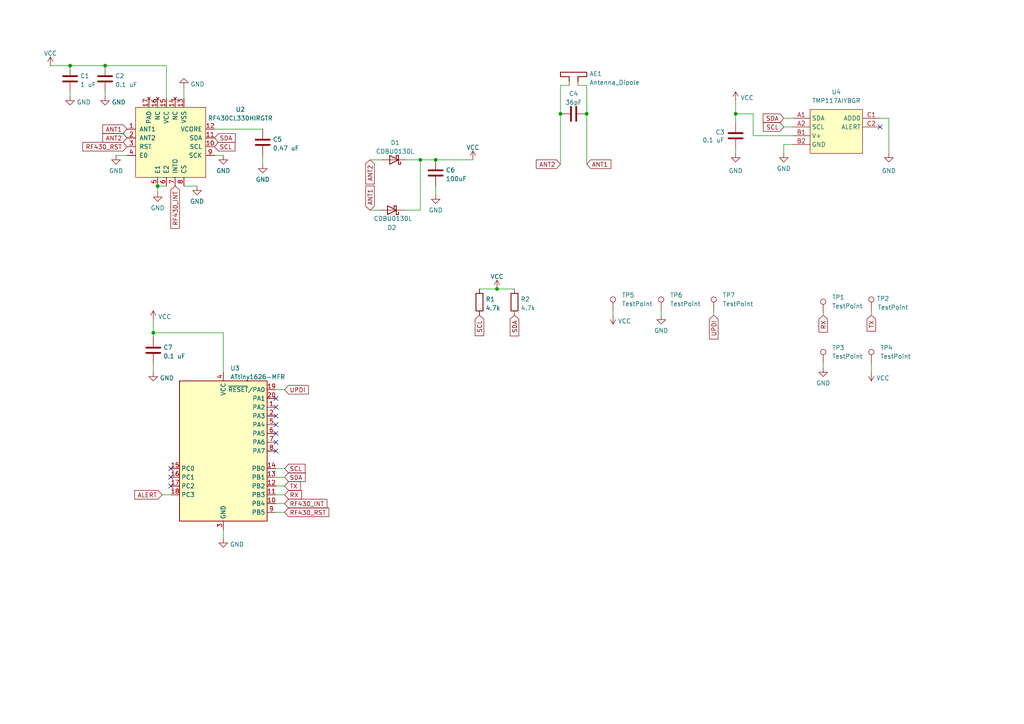
<source format=kicad_sch>
(kicad_sch (version 20231120) (generator "eeschema") (generator_version "8.0")
  (paper "A4")
  (lib_symbols
    (symbol "Connector:TestPoint" (pin_numbers hide) (pin_names (offset 0.762) hide)
      (property "Reference" "TP" (at 0 6.858 0))
      (property "Value" "TestPoint" (at 0 5.08 0))
      (symbol "TestPoint_0_1"
        (circle (center 0 3.302) (radius 0.762))
      )
      (symbol "TestPoint_1_1"
        (pin passive line (at 0 0 90) (length 2.54) (name "1") (number "1"))
      )
    )
    (symbol "Device:Antenna_Dipole" (pin_numbers hide) (pin_names (offset 1.016) hide)
      (property "Reference" "AE" (at 1.27 1.27 0))
      (property "Value" "Antenna_Dipole" (at 1.27 0 0))
      (symbol "Antenna_Dipole_0_1"
        (polyline (pts (xy 2.54 -3.81) (xy 2.54 -2.54) (xy 5.08 -2.54) (xy 5.08 -1.27) (xy -2.54 -1.27) (xy -2.54 -2.54) (xy 0 -2.54) (xy 0 -3.81)) (stroke (width 0.254)))
      )
      (symbol "Antenna_Dipole_1_1"
        (pin input line (at 0 -5.08 90) (length 2.54) (name "~") (number "1"))
        (pin input line (at 2.54 -5.08 90) (length 2.54) (name "~") (number "2"))
      )
    )
    (symbol "Device:C" (pin_numbers hide) (pin_names (offset 0.254))
      (property "Reference" "C" (at 0.635 2.54 0))
      (property "Value" "C" (at 0.635 -2.54 0))
      (symbol "C_0_1"
        (polyline (pts (xy -2.032 -0.762) (xy 2.032 -0.762)) (stroke (width 0.508)))
        (polyline (pts (xy -2.032 0.762) (xy 2.032 0.762)) (stroke (width 0.508)))
      )
      (symbol "C_1_1"
        (pin passive line (at 0 3.81 270) (length 2.794) (name "~") (number "1"))
        (pin passive line (at 0 -3.81 90) (length 2.794) (name "~") (number "2"))
      )
    )
    (symbol "Device:D_Schottky" (pin_numbers hide) (pin_names (offset 1.016) hide)
      (property "Reference" "D" (at 0 2.54 0))
      (property "Value" "D_Schottky" (at 0 -2.54 0))
      (symbol "D_Schottky_0_1"
        (polyline (pts (xy 1.27 0) (xy -1.27 0)))
        (polyline (pts (xy 1.27 1.27) (xy 1.27 -1.27) (xy -1.27 0) (xy 1.27 1.27)) (stroke (width 0.254)))
        (polyline (pts (xy -1.905 0.635) (xy -1.905 1.27) (xy -1.27 1.27) (xy -1.27 -1.27) (xy -0.635 -1.27) (xy -0.635 -0.635)) (stroke (width 0.254)))
      )
      (symbol "D_Schottky_1_1"
        (pin passive line (at -3.81 0 0) (length 2.54) (name "K") (number "1"))
        (pin passive line (at 3.81 0 180) (length 2.54) (name "A") (number "2"))
      )
    )
    (symbol "Device:R" (pin_numbers hide) (pin_names (offset 0))
      (property "Reference" "R" (at 2.032 0 90))
      (property "Value" "R" (at 0 0 90))
      (symbol "R_0_1"
        (rectangle (start -1.016 -2.54) (end 1.016 2.54) (stroke (width 0.254)))
      )
      (symbol "R_1_1"
        (pin passive line (at 0 3.81 270) (length 1.27) (name "~") (number "1"))
        (pin passive line (at 0 -3.81 90) (length 1.27) (name "~") (number "2"))
      )
    )
    (symbol "MCU_Microchip_ATtiny:ATtiny1626-M"
      (property "Reference" "U" (at -12.7 21.59 0))
      (property "Value" "ATtiny1626-M" (at 2.54 -21.59 0))
      (symbol "ATtiny1626-M_0_1"
        (rectangle (start -12.7 -20.32) (end 12.7 20.32) (stroke (width 0.254)) (fill (type background)))
      )
      (symbol "ATtiny1626-M_1_1"
        (pin bidirectional line (at 15.24 12.7 180) (length 2.54) (name "PA2") (number "1"))
        (pin bidirectional line (at 15.24 -15.24 180) (length 2.54) (name "PB4") (number "10"))
        (pin bidirectional line (at 15.24 -12.7 180) (length 2.54) (name "PB3") (number "11"))
        (pin bidirectional line (at 15.24 -10.16 180) (length 2.54) (name "PB2") (number "12"))
        (pin bidirectional line (at 15.24 -7.62 180) (length 2.54) (name "PB1") (number "13"))
        (pin bidirectional line (at 15.24 -5.08 180) (length 2.54) (name "PB0") (number "14"))
        (pin bidirectional line (at -15.24 -5.08 0) (length 2.54) (name "PC0") (number "15"))
        (pin bidirectional line (at -15.24 -7.62 0) (length 2.54) (name "PC1") (number "16"))
        (pin bidirectional line (at -15.24 -10.16 0) (length 2.54) (name "PC2") (number "17"))
        (pin bidirectional line (at -15.24 -12.7 0) (length 2.54) (name "PC3") (number "18"))
        (pin bidirectional line (at 15.24 17.78 180) (length 2.54) (name "~{RESET}/PA0") (number "19"))
        (pin bidirectional line (at 15.24 10.16 180) (length 2.54) (name "PA3") (number "2"))
        (pin bidirectional line (at 15.24 15.24 180) (length 2.54) (name "PA1") (number "20"))
        (pin passive line (at 0 -22.86 90) (length 2.54) hide (name "GND") (number "21"))
        (pin power_in line (at 0 -22.86 90) (length 2.54) (name "GND") (number "3"))
        (pin power_in line (at 0 22.86 270) (length 2.54) (name "VCC") (number "4"))
        (pin bidirectional line (at 15.24 7.62 180) (length 2.54) (name "PA4") (number "5"))
        (pin bidirectional line (at 15.24 5.08 180) (length 2.54) (name "PA5") (number "6"))
        (pin bidirectional line (at 15.24 2.54 180) (length 2.54) (name "PA6") (number "7"))
        (pin bidirectional line (at 15.24 0 180) (length 2.54) (name "PA7") (number "8"))
        (pin bidirectional line (at 15.24 -17.78 180) (length 2.54) (name "PB5") (number "9"))
      )
    )
    (symbol "easyeda2kicad:TMP117AIYBGR"
      (property "Reference" "U" (at 0 7.62 0))
      (property "Value" "TMP117AIYBGR" (at 0 -10.16 0))
      (symbol "TMP117AIYBGR_0_1"
        (rectangle (start -7.62 5.08) (end 7.62 -7.62) (fill (type background)))
        (pin unspecified line (at -12.7 2.54 0) (length 5.08) (name "SDA") (number "A1"))
        (pin unspecified line (at -12.7 0 0) (length 5.08) (name "SCL") (number "A2"))
        (pin unspecified line (at -12.7 -2.54 0) (length 5.08) (name "V+") (number "B1"))
        (pin unspecified line (at -12.7 -5.08 0) (length 5.08) (name "GND") (number "B2"))
        (pin unspecified line (at 12.7 2.54 180) (length 5.08) (name "ADD0") (number "C1"))
        (pin unspecified line (at 12.7 0 180) (length 5.08) (name "ALERT") (number "C2"))
      )
    )
    (symbol "power:GND" (power) (pin_names (offset 0))
      (property "Value" "GND" (at 0 -3.81 0))
      (symbol "GND_0_1"
        (polyline (pts (xy 0 0) (xy 0 -1.27) (xy 1.27 -1.27) (xy 0 -2.54) (xy -1.27 -1.27) (xy 0 -1.27)))
      )
      (symbol "GND_1_1"
        (pin power_in line (at 0 0 270) (length 0) hide (name "GND") (number "1"))
      )
    )
    (symbol "power:VCC" (power) (pin_names (offset 0))
      (property "Value" "VCC" (at 0 3.81 0))
      (symbol "VCC_0_1"
        (polyline (pts (xy -0.762 1.27) (xy 0 2.54)))
        (polyline (pts (xy 0 0) (xy 0 2.54)))
        (polyline (pts (xy 0 2.54) (xy 0.762 1.27)))
      )
      (symbol "VCC_1_1"
        (pin power_in line (at 0 0 90) (length 0) hide (name "VCC") (number "1"))
      )
    )
    (symbol "unsurv_offline_pcb_symbols:RF430CL330HIRGTR‎" (pin_names (offset 1.016))
      (property "Reference" "U" (at 10.16 15.24 0))
      (property "Value" "RF430CL330HIRGTR‎" (at 19.05 11.43 0))
      (symbol "RF430CL330HIRGTR‎_0_1"
        (rectangle (start 10.16 10.16) (end -10.16 -10.16) (fill (type background)))
      )
      (symbol "RF430CL330HIRGTR‎_1_1"
        (pin input line (at -12.7 3.81 0) (length 2.54) (name "ANT1") (number "1"))
        (pin input line (at 12.7 -1.27 180) (length 2.54) (name "SCL") (number "10"))
        (pin input line (at 12.7 1.27 180) (length 2.54) (name "SDA") (number "11"))
        (pin input line (at 12.7 3.81 180) (length 2.54) (name "VCORE") (number "12"))
        (pin input line (at 3.81 12.7 270) (length 2.54) (name "VSS") (number "13"))
        (pin no_connect line (at 1.27 12.7 270) (length 2.54) (name "NC") (number "14"))
        (pin input line (at -1.27 12.7 270) (length 2.54) (name "VCC") (number "15"))
        (pin no_connect line (at -3.81 12.7 270) (length 2.54) (name "NC") (number "16"))
        (pin no_connect line (at -6.35 12.7 270) (length 2.54) (name "PAD") (number "17"))
        (pin input line (at -12.7 1.27 0) (length 2.54) (name "ANT2") (number "2"))
        (pin input line (at -12.7 -1.27 0) (length 2.54) (name "RST") (number "3"))
        (pin input line (at -12.7 -3.81 0) (length 2.54) (name "E0") (number "4"))
        (pin input line (at -3.81 -12.7 90) (length 2.54) (name "E1") (number "5"))
        (pin input line (at -1.27 -12.7 90) (length 2.54) (name "E2") (number "6"))
        (pin input line (at 1.27 -12.7 90) (length 2.54) (name "INTO") (number "7"))
        (pin input line (at 3.81 -12.7 90) (length 2.54) (name "CS") (number "8"))
        (pin input line (at 12.7 -3.81 180) (length 2.54) (name "SCK") (number "9"))
      )
    )
  )
  (junction (at 126.365 46.355))
  (junction (at 144.145 83.82))
  (junction (at 20.32 19.05))
  (junction (at 44.45 96.52))
  (junction (at 213.36 33.02))
  (junction (at 121.92 46.355))
  (junction (at 162.56 33.02))
  (junction (at 45.72 53.975))
  (junction (at 170.18 33.02))
  (junction (at 30.48 19.05))
  (no_connect (at 80.01 120.65))
  (no_connect (at 80.01 130.81))
  (no_connect (at 80.01 118.11))
  (no_connect (at 255.27 36.83))
  (no_connect (at 80.01 115.57))
  (no_connect (at 49.53 140.97))
  (no_connect (at 49.53 135.89))
  (no_connect (at 80.01 128.27))
  (no_connect (at 49.53 138.43))
  (no_connect (at 80.01 125.73))
  (no_connect (at 80.01 123.19))
  (wire (pts (xy 207.01 91.44) (xy 207.01 90.17)))
  (wire (pts (xy 227.33 34.29) (xy 229.87 34.29)))
  (wire (pts (xy 20.32 26.67) (xy 20.32 27.94)))
  (wire (pts (xy 165.1 24.765) (xy 162.56 24.765)))
  (wire (pts (xy 191.77 91.44) (xy 191.77 90.17)))
  (wire (pts (xy 44.45 96.52) (xy 44.45 97.79)))
  (wire (pts (xy 82.55 113.03) (xy 80.01 113.03)))
  (wire (pts (xy 53.34 25.273) (xy 53.34 28.575)))
  (wire (pts (xy 257.81 44.45) (xy 257.81 34.29)))
  (wire (pts (xy 139.065 83.82) (xy 144.145 83.82)))
  (wire (pts (xy 33.655 45.085) (xy 36.83 45.085)))
  (wire (pts (xy 82.55 143.51) (xy 80.01 143.51)))
  (wire (pts (xy 82.55 135.89) (xy 80.01 135.89)))
  (wire (pts (xy 44.45 96.52) (xy 64.77 96.52)))
  (wire (pts (xy 62.23 45.085) (xy 64.77 45.085)))
  (wire (pts (xy 252.73 107.95) (xy 252.73 105.41)))
  (wire (pts (xy 227.33 44.45) (xy 227.33 41.91)))
  (wire (pts (xy 30.48 19.05) (xy 48.26 19.05)))
  (wire (pts (xy 257.81 34.29) (xy 255.27 34.29)))
  (wire (pts (xy 126.365 53.975) (xy 126.365 56.515)))
  (wire (pts (xy 238.76 91.44) (xy 238.76 90.805)))
  (wire (pts (xy 20.32 19.05) (xy 30.48 19.05)))
  (wire (pts (xy 170.18 33.02) (xy 170.18 24.765)))
  (wire (pts (xy 162.56 33.02) (xy 162.56 47.625)))
  (wire (pts (xy 82.55 138.43) (xy 80.01 138.43)))
  (wire (pts (xy 121.92 60.96) (xy 121.92 46.355)))
  (wire (pts (xy 82.55 146.05) (xy 80.01 146.05)))
  (wire (pts (xy 82.55 140.97) (xy 80.01 140.97)))
  (wire (pts (xy 30.48 26.67) (xy 30.48 27.94)))
  (wire (pts (xy 213.36 43.18) (xy 213.36 44.45)))
  (wire (pts (xy 121.92 46.355) (xy 126.365 46.355)))
  (wire (pts (xy 118.11 46.355) (xy 121.92 46.355)))
  (wire (pts (xy 64.77 107.95) (xy 64.77 96.52)))
  (wire (pts (xy 170.18 24.765) (xy 167.64 24.765)))
  (wire (pts (xy 48.26 19.05) (xy 48.26 28.575)))
  (wire (pts (xy 14.605 19.05) (xy 20.32 19.05)))
  (wire (pts (xy 162.56 24.765) (xy 162.56 33.02)))
  (wire (pts (xy 126.365 46.355) (xy 137.16 46.355)))
  (wire (pts (xy 218.44 39.37) (xy 218.44 33.02)))
  (wire (pts (xy 170.18 33.02) (xy 170.18 47.625)))
  (wire (pts (xy 144.145 83.82) (xy 149.225 83.82)))
  (wire (pts (xy 107.315 46.355) (xy 110.49 46.355)))
  (wire (pts (xy 252.73 90.17) (xy 252.73 91.44)))
  (wire (pts (xy 76.2 45.085) (xy 76.2 47.625)))
  (wire (pts (xy 44.45 92.71) (xy 44.45 96.52)))
  (wire (pts (xy 62.23 37.465) (xy 76.2 37.465)))
  (wire (pts (xy 82.55 148.59) (xy 80.01 148.59)))
  (wire (pts (xy 227.33 36.83) (xy 229.87 36.83)))
  (wire (pts (xy 45.72 53.975) (xy 45.72 55.88)))
  (wire (pts (xy 107.315 60.96) (xy 109.855 60.96)))
  (wire (pts (xy 117.475 60.96) (xy 121.92 60.96)))
  (wire (pts (xy 229.87 39.37) (xy 218.44 39.37)))
  (wire (pts (xy 213.36 29.21) (xy 213.36 33.02)))
  (wire (pts (xy 49.53 143.51) (xy 46.99 143.51)))
  (wire (pts (xy 213.36 33.02) (xy 213.36 35.56)))
  (wire (pts (xy 213.36 33.02) (xy 218.44 33.02)))
  (wire (pts (xy 64.77 153.67) (xy 64.77 156.21)))
  (wire (pts (xy 45.72 53.975) (xy 48.26 53.975)))
  (wire (pts (xy 177.8 91.44) (xy 177.8 90.17)))
  (wire (pts (xy 53.34 53.975) (xy 57.15 53.975)))
  (wire (pts (xy 44.45 105.41) (xy 44.45 107.95)))
  (wire (pts (xy 238.76 106.68) (xy 238.76 105.41)))
  (wire (pts (xy 227.33 41.91) (xy 229.87 41.91)))
  (global_label "SCL" (shape input) (at 82.55 135.89 0) (property "Intersheetrefs" "${INTERSHEET_REFS}" (effects (hide yes))))
  (global_label "UPDI" (shape input) (at 207.01 91.44 270) (property "Intersheetrefs" "${INTERSHEET_REFS}" (effects (hide yes))))
  (global_label "ANT1" (shape input) (at 107.315 60.96 90) (property "Intersheetrefs" "${INTERSHEET_REFS}" (effects (hide yes))))
  (global_label "RF430_RST" (shape input) (at 82.55 148.59 0) (property "Intersheetrefs" "${INTERSHEET_REFS}" (effects (hide yes))))
  (global_label "TX" (shape input) (at 252.73 91.44 270) (property "Intersheetrefs" "${INTERSHEET_REFS}" (effects (hide yes))))
  (global_label "RF430_INT" (shape input) (at 50.8 53.975 270) (property "Intersheetrefs" "${INTERSHEET_REFS}" (effects (hide yes))))
  (global_label "SCL" (shape input) (at 62.23 42.545 0) (property "Intersheetrefs" "${INTERSHEET_REFS}" (effects (hide yes))))
  (global_label "RX" (shape input) (at 82.55 143.51 0) (property "Intersheetrefs" "${INTERSHEET_REFS}" (effects (hide yes))))
  (global_label "ALERT" (shape input) (at 46.99 143.51 180) (property "Intersheetrefs" "${INTERSHEET_REFS}" (effects (hide yes))))
  (global_label "UPDI" (shape input) (at 82.55 113.03 0) (property "Intersheetrefs" "${INTERSHEET_REFS}" (effects (hide yes))))
  (global_label "RF430_RST" (shape input) (at 36.83 42.545 180) (property "Intersheetrefs" "${INTERSHEET_REFS}" (effects (hide yes))))
  (global_label "ANT2" (shape input) (at 36.83 40.005 180) (property "Intersheetrefs" "${INTERSHEET_REFS}" (effects (hide yes))))
  (global_label "SCL" (shape input) (at 227.33 36.83 180) (property "Intersheetrefs" "${INTERSHEET_REFS}" (effects (hide yes))))
  (global_label "RX" (shape input) (at 238.76 91.44 270) (property "Intersheetrefs" "${INTERSHEET_REFS}" (effects (hide yes))))
  (global_label "RF430_INT" (shape input) (at 82.55 146.05 0) (property "Intersheetrefs" "${INTERSHEET_REFS}" (effects (hide yes))))
  (global_label "SDA" (shape input) (at 149.225 91.44 270) (property "Intersheetrefs" "${INTERSHEET_REFS}" (effects (hide yes))))
  (global_label "ANT2" (shape input) (at 162.56 47.625 180) (property "Intersheetrefs" "${INTERSHEET_REFS}" (effects (hide yes))))
  (global_label "SDA" (shape input) (at 227.33 34.29 180) (property "Intersheetrefs" "${INTERSHEET_REFS}" (effects (hide yes))))
  (global_label "SDA" (shape input) (at 62.23 40.005 0) (property "Intersheetrefs" "${INTERSHEET_REFS}" (effects (hide yes))))
  (global_label "SDA" (shape input) (at 82.55 138.43 0) (property "Intersheetrefs" "${INTERSHEET_REFS}" (effects (hide yes))))
  (global_label "ANT1" (shape input) (at 170.18 47.625 0) (property "Intersheetrefs" "${INTERSHEET_REFS}" (effects (hide yes))))
  (global_label "SCL" (shape input) (at 139.065 91.44 270) (property "Intersheetrefs" "${INTERSHEET_REFS}" (effects (hide yes))))
  (global_label "ANT1" (shape input) (at 36.83 37.465 180) (property "Intersheetrefs" "${INTERSHEET_REFS}" (effects (hide yes))))
  (global_label "ANT2" (shape input) (at 107.315 46.355 270) (property "Intersheetrefs" "${INTERSHEET_REFS}" (effects (hide yes))))
  (global_label "TX" (shape input) (at 82.55 140.97 0) (property "Intersheetrefs" "${INTERSHEET_REFS}" (effects (hide yes))))
  (symbol (lib_id "Device:C") (at 76.2 41.275 0) (unit 1)
    (property "Reference" "C5" (at 79.121 40.4403 0) (effects (justify left)))
    (property "Value" "0.47 uF" (at 79.121 42.9772 0) (effects (justify left)))
    (property "Footprint" "Capacitor_SMD:C_0603_1608Metric" (effects (hide yes)))
  )
  (symbol (lib_id "power:GND") (at 45.72 55.88 0) (unit 1)
    (property "Reference" "#PWR014" (effects (hide yes)))
    (property "Value" "GND" (at 45.72 60.3234 0))
  )
  (symbol (lib_id "unsurv_offline_pcb_symbols:RF430CL330HIRGTR‎") (at 49.53 41.275 0) (unit 1)
    (property "Reference" "U2" (at 69.7177 31.7585 0))
    (property "Value" "RF430CL330HIRGTR‎" (at 69.7177 34.2954 0))
    (property "Footprint" "easyeda2kicad:VQFN-16_L3.0-W3.0-P0.50-BL-EP1.7" (effects (hide yes)))
  )
  (symbol (lib_id "Connector:TestPoint") (at 207.01 90.17 0) (unit 1)
    (property "Reference" "TP7" (at 209.55 85.5979 0) (effects (justify left)))
    (property "Value" "TestPoint" (at 209.55 88.1379 0) (effects (justify left)))
    (property "Footprint" "TestPoint:TestPoint_Pad_D1.0mm" (effects (hide yes)))
  )
  (symbol (lib_id "Device:C") (at 213.36 39.37 0) (unit 1)
    (property "Reference" "C3" (at 207.518 38.354 0) (effects (justify left)))
    (property "Value" "0.1 uF" (at 203.708 40.64 0) (effects (justify left)))
    (property "Footprint" "Capacitor_SMD:C_0402_1005Metric" (effects (hide yes)))
  )
  (symbol (lib_id "Device:D_Schottky") (at 113.665 60.96 180) (unit 1)
    (property "Reference" "D2" (at 113.665 66.04 0))
    (property "Value" "CDBU0130L" (at 113.9825 63.3929 0))
    (property "Footprint" "Diode_SMD:D_0603_1608Metric_Pad1.05x0.95mm_HandSolder" (effects (hide yes)))
  )
  (symbol (lib_id "Connector:TestPoint") (at 177.8 90.17 0) (unit 1)
    (property "Reference" "TP5" (at 180.34 85.5979 0) (effects (justify left)))
    (property "Value" "TestPoint" (at 180.34 88.1379 0) (effects (justify left)))
    (property "Footprint" "TestPoint:TestPoint_Pad_D1.0mm" (effects (hide yes)))
  )
  (symbol (lib_id "power:GND") (at 227.33 44.45 0) (unit 1)
    (property "Reference" "#PWR011" (effects (hide yes)))
    (property "Value" "GND" (at 227.33 48.8934 0))
  )
  (symbol (lib_id "Device:D_Schottky") (at 114.3 46.355 180) (unit 1)
    (property "Reference" "D1" (at 114.6175 41.3852 0))
    (property "Value" "CDBU0130L" (at 114.6175 43.9221 0))
    (property "Footprint" "Diode_SMD:D_0603_1608Metric_Pad1.05x0.95mm_HandSolder" (effects (hide yes)))
  )
  (symbol (lib_id "Device:C") (at 20.32 22.86 0) (unit 1)
    (property "Reference" "C1" (at 23.241 22.0253 0) (effects (justify left)))
    (property "Value" "1 uF" (at 23.241 24.5622 0) (effects (justify left)))
    (property "Footprint" "Capacitor_SMD:C_0603_1608Metric" (effects (hide yes)))
  )
  (symbol (lib_id "Device:C") (at 126.365 50.165 0) (unit 1)
    (property "Reference" "C6" (at 129.286 49.3303 0) (effects (justify left)))
    (property "Value" "100uF" (at 129.286 51.8672 0) (effects (justify left)))
    (property "Footprint" "Capacitor_SMD:C_1206_3216Metric" (effects (hide yes)))
  )
  (symbol (lib_id "power:GND") (at 191.77 91.44 0) (unit 1)
    (property "Reference" "#PWR018" (effects (hide yes)))
    (property "Value" "GND" (at 191.77 95.8834 0))
  )
  (symbol (lib_id "Connector:TestPoint") (at 238.76 90.805 0) (unit 1)
    (property "Reference" "TP1" (at 241.3 86.2329 0) (effects (justify left)))
    (property "Value" "TestPoint" (at 241.3 88.7729 0) (effects (justify left)))
    (property "Footprint" "TestPoint:TestPoint_Pad_D1.0mm" (effects (hide yes)))
  )
  (symbol (lib_id "Device:R") (at 149.225 87.63 0) (unit 1)
    (property "Reference" "R2" (at 151.003 86.7953 0) (effects (justify left)))
    (property "Value" "4.7k" (at 151.003 89.3322 0) (effects (justify left)))
    (property "Footprint" "Resistor_SMD:R_0603_1608Metric_Pad0.98x0.95mm_HandSolder" (effects (hide yes)))
  )
  (symbol (lib_id "power:VCC") (at 137.16 46.355 0) (unit 1)
    (property "Reference" "#PWR010" (effects (hide yes)))
    (property "Value" "VCC" (at 137.16 42.7792 0))
  )
  (symbol (lib_id "Connector:TestPoint") (at 238.76 105.41 0) (unit 1)
    (property "Reference" "TP3" (at 241.3 100.8379 0) (effects (justify left)))
    (property "Value" "TestPoint" (at 241.3 103.3779 0) (effects (justify left)))
    (property "Footprint" "TestPoint:TestPoint_Pad_D1.0mm" (effects (hide yes)))
  )
  (symbol (lib_id "Connector:TestPoint") (at 252.73 105.41 0) (unit 1)
    (property "Reference" "TP4" (at 255.27 100.8379 0) (effects (justify left)))
    (property "Value" "TestPoint" (at 255.27 103.3779 0) (effects (justify left)))
    (property "Footprint" "TestPoint:TestPoint_Pad_D1.0mm" (effects (hide yes)))
  )
  (symbol (lib_id "Connector:TestPoint") (at 191.77 90.17 0) (unit 1)
    (property "Reference" "TP6" (at 194.31 85.5979 0) (effects (justify left)))
    (property "Value" "TestPoint" (at 194.31 88.1379 0) (effects (justify left)))
    (property "Footprint" "TestPoint:TestPoint_Pad_D1.0mm" (effects (hide yes)))
  )
  (symbol (lib_id "power:VCC") (at 144.145 83.82 0) (unit 1)
    (property "Reference" "#PWR016" (effects (hide yes)))
    (property "Value" "VCC" (at 144.145 80.2442 0))
  )
  (symbol (lib_id "power:GND") (at 257.81 44.45 0) (unit 1)
    (property "Reference" "#PWR02" (effects (hide yes)))
    (property "Value" "GND" (at 257.81 49.53 0))
  )
  (symbol (lib_id "power:GND") (at 53.34 25.273 180) (unit 1)
    (property "Reference" "#PWR04" (effects (hide yes)))
    (property "Value" "GND" (at 55.245 24.4368 0) (effects (justify right)))
  )
  (symbol (lib_id "power:VCC") (at 252.73 107.95 180) (unit 1)
    (property "Reference" "#PWR021" (effects (hide yes)))
    (property "Value" "VCC" (at 254.127 109.6538 0) (effects (justify right)))
  )
  (symbol (lib_id "power:GND") (at 64.77 45.085 0) (unit 1)
    (property "Reference" "#PWR09" (effects (hide yes)))
    (property "Value" "GND" (at 64.77 49.5284 0))
  )
  (symbol (lib_id "power:GND") (at 33.655 45.085 0) (unit 1)
    (property "Reference" "#PWR08" (effects (hide yes)))
    (property "Value" "GND" (at 33.655 49.5284 0))
  )
  (symbol (lib_id "Device:R") (at 139.065 87.63 0) (unit 1)
    (property "Reference" "R1" (at 140.843 86.7953 0) (effects (justify left)))
    (property "Value" "4.7k" (at 140.843 89.3322 0) (effects (justify left)))
    (property "Footprint" "Resistor_SMD:R_0603_1608Metric_Pad0.98x0.95mm_HandSolder" (effects (hide yes)))
  )
  (symbol (lib_id "Device:C") (at 44.45 101.6 0) (unit 1)
    (property "Reference" "C7" (at 47.371 100.7653 0) (effects (justify left)))
    (property "Value" "0.1 uF" (at 47.371 103.3022 0) (effects (justify left)))
    (property "Footprint" "Capacitor_SMD:C_0603_1608Metric" (effects (hide yes)))
  )
  (symbol (lib_id "power:GND") (at 213.36 44.45 0) (unit 1)
    (property "Reference" "#PWR03" (effects (hide yes)))
    (property "Value" "GND" (at 213.36 49.53 0))
  )
  (symbol (lib_id "power:GND") (at 76.2 47.625 0) (unit 1)
    (property "Reference" "#PWR012" (effects (hide yes)))
    (property "Value" "GND" (at 76.2 52.0684 0))
  )
  (symbol (lib_id "Device:C") (at 166.37 33.02 90) (unit 1)
    (property "Reference" "C4" (at 166.37 27.1612 90))
    (property "Value" "36pF" (at 166.37 29.6981 90))
    (property "Footprint" "Capacitor_SMD:C_0402_1005Metric" (effects (hide yes)))
  )
  (symbol (lib_id "MCU_Microchip_ATtiny:ATtiny1626-M") (at 64.77 130.81 0) (unit 1)
    (property "Reference" "U3" (at 66.7894 106.7902 0) (effects (justify left)))
    (property "Value" "ATtiny1626-MFR" (at 66.7894 109.3271 0) (effects (justify left)))
    (property "Footprint" "easyeda2kicad:QFN-20_L3.0-W3.0-P0.40-BL-EP1.7" (effects (hide yes)))
    (property "Datasheet" "https://ww1.microchip.com/downloads/en/DeviceDoc/ATtiny1624-26-27-DataSheet-DS40002234A.pdf" (effects (hide yes)))
  )
  (symbol (lib_id "Connector:TestPoint") (at 252.73 90.17 0) (unit 1)
    (property "Reference" "TP2" (at 254.254 86.614 0) (effects (justify left)))
    (property "Value" "TestPoint" (at 254.508 89.154 0) (effects (justify left)))
    (property "Footprint" "TestPoint:TestPoint_Pad_D1.0mm" (effects (hide yes)))
  )
  (symbol (lib_id "power:VCC") (at 177.8 91.44 180) (unit 1)
    (property "Reference" "#PWR017" (effects (hide yes)))
    (property "Value" "VCC" (at 179.197 93.1438 0) (effects (justify right)))
  )
  (symbol (lib_id "Device:Antenna_Dipole") (at 167.64 19.685 0) (mirror y) (unit 1)
    (property "Reference" "AE1" (at 170.942 21.3903 0) (effects (justify right)))
    (property "Value" "Antenna_Dipole" (at 170.942 23.9272 0) (effects (justify right)))
    (property "Footprint" "unsurv_offline_pcb_footprints:35_18_1_9nH" (effects (hide yes)))
  )
  (symbol (lib_id "power:GND") (at 238.76 106.68 0) (unit 1)
    (property "Reference" "#PWR020" (effects (hide yes)))
    (property "Value" "GND" (at 238.76 111.1234 0))
  )
  (symbol (lib_id "power:VCC") (at 213.36 29.21 0) (unit 1)
    (property "Reference" "#PWR07" (effects (hide yes)))
    (property "Value" "VCC" (at 214.757 28.3738 0) (effects (justify left)))
  )
  (symbol (lib_id "power:GND") (at 57.15 53.975 0) (unit 1)
    (property "Reference" "#PWR013" (effects (hide yes)))
    (property "Value" "GND" (at 57.15 58.4184 0))
  )
  (symbol (lib_id "power:GND") (at 126.365 56.515 0) (unit 1)
    (property "Reference" "#PWR015" (effects (hide yes)))
    (property "Value" "GND" (at 126.365 60.9584 0))
  )
  (symbol (lib_id "power:GND") (at 20.32 27.94 0) (unit 1)
    (property "Reference" "#PWR05" (effects (hide yes)))
    (property "Value" "GND" (at 22.225 29.6438 0) (effects (justify left)))
  )
  (symbol (lib_id "Device:C") (at 30.48 22.86 0) (unit 1)
    (property "Reference" "C2" (at 33.401 22.0253 0) (effects (justify left)))
    (property "Value" "0.1 uF" (at 33.401 24.5622 0) (effects (justify left)))
    (property "Footprint" "Capacitor_SMD:C_0603_1608Metric" (effects (hide yes)))
  )
  (symbol (lib_id "power:GND") (at 64.77 156.21 0) (unit 1)
    (property "Reference" "#PWR023" (effects (hide yes)))
    (property "Value" "GND" (at 66.675 157.9138 0) (effects (justify left)))
  )
  (symbol (lib_id "easyeda2kicad:TMP117AIYBGR") (at 242.57 36.83 0) (unit 1)
    (property "Reference" "U4" (at 242.57 26.67 0))
    (property "Value" "TMP117AIYBGR" (at 242.57 29.21 0))
    (property "Footprint" "easyeda2kicad:DSBGA-6_L1.5-W1.0-R3-C2-P0.40-TL" (effects (hide yes)))
    (property "LCSC Part" "C2871893" (effects (hide yes)))
  )
  (symbol (lib_id "power:GND") (at 30.48 27.94 0) (unit 1)
    (property "Reference" "#PWR06" (effects (hide yes)))
    (property "Value" "GND" (at 32.385 29.6438 0) (effects (justify left)))
  )
  (symbol (lib_id "power:GND") (at 44.45 107.95 0) (unit 1)
    (property "Reference" "#PWR022" (effects (hide yes)))
    (property "Value" "GND" (at 46.355 109.6538 0) (effects (justify left)))
  )
  (symbol (lib_id "power:VCC") (at 44.45 92.71 0) (unit 1)
    (property "Reference" "#PWR019" (effects (hide yes)))
    (property "Value" "VCC" (at 45.847 91.8738 0) (effects (justify left)))
  )
  (symbol (lib_id "power:VCC") (at 14.605 19.05 0) (unit 1)
    (property "Reference" "#PWR01" (effects (hide yes)))
    (property "Value" "VCC" (at 14.605 15.4742 0))
  )
)
</source>
